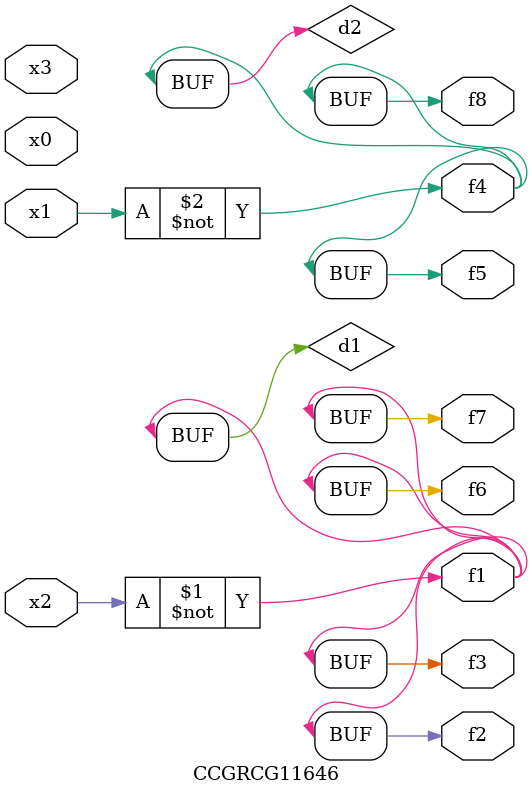
<source format=v>
module CCGRCG11646(
	input x0, x1, x2, x3,
	output f1, f2, f3, f4, f5, f6, f7, f8
);

	wire d1, d2;

	xnor (d1, x2);
	not (d2, x1);
	assign f1 = d1;
	assign f2 = d1;
	assign f3 = d1;
	assign f4 = d2;
	assign f5 = d2;
	assign f6 = d1;
	assign f7 = d1;
	assign f8 = d2;
endmodule

</source>
